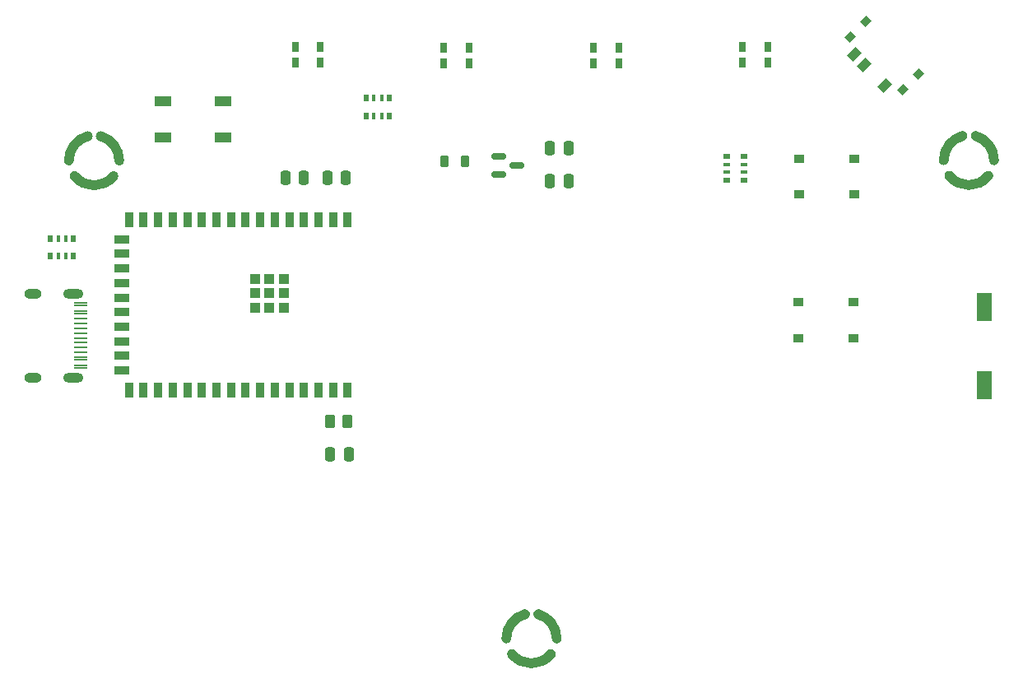
<source format=gbr>
%TF.GenerationSoftware,KiCad,Pcbnew,7.0.6*%
%TF.CreationDate,2023-08-09T23:01:59-05:00*%
%TF.ProjectId,BlueTeamCon_Main,426c7565-5465-4616-9d43-6f6e5f4d6169,rev?*%
%TF.SameCoordinates,Original*%
%TF.FileFunction,Paste,Top*%
%TF.FilePolarity,Positive*%
%FSLAX46Y46*%
G04 Gerber Fmt 4.6, Leading zero omitted, Abs format (unit mm)*
G04 Created by KiCad (PCBNEW 7.0.6) date 2023-08-09 23:01:59*
%MOMM*%
%LPD*%
G01*
G04 APERTURE LIST*
G04 Aperture macros list*
%AMRoundRect*
0 Rectangle with rounded corners*
0 $1 Rounding radius*
0 $2 $3 $4 $5 $6 $7 $8 $9 X,Y pos of 4 corners*
0 Add a 4 corners polygon primitive as box body*
4,1,4,$2,$3,$4,$5,$6,$7,$8,$9,$2,$3,0*
0 Add four circle primitives for the rounded corners*
1,1,$1+$1,$2,$3*
1,1,$1+$1,$4,$5*
1,1,$1+$1,$6,$7*
1,1,$1+$1,$8,$9*
0 Add four rect primitives between the rounded corners*
20,1,$1+$1,$2,$3,$4,$5,0*
20,1,$1+$1,$4,$5,$6,$7,0*
20,1,$1+$1,$6,$7,$8,$9,0*
20,1,$1+$1,$8,$9,$2,$3,0*%
%AMRotRect*
0 Rectangle, with rotation*
0 The origin of the aperture is its center*
0 $1 length*
0 $2 width*
0 $3 Rotation angle, in degrees counterclockwise*
0 Add horizontal line*
21,1,$1,$2,0,0,$3*%
G04 Aperture macros list end*
%ADD10C,1.000000*%
%ADD11RotRect,0.900000X1.250000X315.000000*%
%ADD12RotRect,0.800000X0.900000X315.000000*%
%ADD13R,0.500000X0.800000*%
%ADD14R,0.400000X0.800000*%
%ADD15RoundRect,0.250000X-0.250000X-0.475000X0.250000X-0.475000X0.250000X0.475000X-0.250000X0.475000X0*%
%ADD16RoundRect,0.250000X-0.262500X-0.450000X0.262500X-0.450000X0.262500X0.450000X-0.262500X0.450000X0*%
%ADD17R,0.700000X1.100000*%
%ADD18RoundRect,0.218750X-0.218750X-0.381250X0.218750X-0.381250X0.218750X0.381250X-0.218750X0.381250X0*%
%ADD19R,1.100000X0.900000*%
%ADD20RoundRect,0.150000X-0.587500X-0.150000X0.587500X-0.150000X0.587500X0.150000X-0.587500X0.150000X0*%
%ADD21R,0.800000X0.500000*%
%ADD22R,0.800000X0.400000*%
%ADD23R,1.800000X1.100000*%
%ADD24R,1.400000X0.250000*%
%ADD25O,2.100000X1.000000*%
%ADD26O,1.800000X1.000000*%
%ADD27R,1.600000X3.000000*%
%ADD28R,0.900000X1.500000*%
%ADD29R,1.500000X0.900000*%
%ADD30R,1.100000X1.100000*%
%ADD31RoundRect,0.250000X0.250000X0.475000X-0.250000X0.475000X-0.250000X-0.475000X0.250000X-0.475000X0*%
G04 APERTURE END LIST*
D10*
%TO.C,J2*%
X100950001Y-85700000D02*
G75*
G03*
X99016883Y-88200000I650002J-2500001D01*
G01*
X104196151Y-88200000D02*
G75*
G03*
X102300001Y-85700001I-2596150J0D01*
G01*
X99600003Y-89799999D02*
G75*
G03*
X103599999Y-89799999I1999998J1599999D01*
G01*
%TO.C,J1*%
X190950000Y-85675000D02*
G75*
G03*
X189016882Y-88175000I650002J-2500001D01*
G01*
X194196150Y-88175000D02*
G75*
G03*
X192300000Y-85675001I-2596150J0D01*
G01*
X189600002Y-89774999D02*
G75*
G03*
X193599998Y-89774999I1999998J1599999D01*
G01*
%TO.C,J3*%
X145950000Y-134875000D02*
G75*
G03*
X144016882Y-137375000I650002J-2500001D01*
G01*
X149196150Y-137375000D02*
G75*
G03*
X147300000Y-134875001I-2596150J0D01*
G01*
X144600002Y-138974999D02*
G75*
G03*
X148599998Y-138974999I1999998J1599999D01*
G01*
%TD*%
D11*
%TO.C,SW2*%
X179806408Y-77311612D03*
X180867068Y-78372272D03*
X182988388Y-80493592D03*
D12*
X181026167Y-73899821D03*
X179399821Y-75526167D03*
X186400179Y-79273833D03*
X184780904Y-80907250D03*
%TD*%
D13*
%TO.C,RN2*%
X132000000Y-81800000D03*
D14*
X131200000Y-81800000D03*
X130400000Y-81800000D03*
D13*
X129600000Y-81800000D03*
X129600000Y-83600000D03*
D14*
X130400000Y-83600000D03*
X131200000Y-83600000D03*
D13*
X132000000Y-83600000D03*
%TD*%
D15*
%TO.C,C7*%
X125900000Y-118400000D03*
X127800000Y-118400000D03*
%TD*%
D13*
%TO.C,RN1*%
X99500000Y-96250000D03*
D14*
X98700000Y-96250000D03*
X97900000Y-96250000D03*
D13*
X97100000Y-96250000D03*
X97100000Y-98050000D03*
D14*
X97900000Y-98050000D03*
X98700000Y-98050000D03*
D13*
X99500000Y-98050000D03*
%TD*%
D16*
%TO.C,R1*%
X125875000Y-115000000D03*
X127700000Y-115000000D03*
%TD*%
D17*
%TO.C,D1*%
X122300000Y-76500000D03*
X124900000Y-76500000D03*
X122300000Y-78100000D03*
X124900000Y-78100000D03*
%TD*%
%TO.C,D2*%
X137600000Y-76600000D03*
X140200000Y-76600000D03*
X137600000Y-78200000D03*
X140200000Y-78200000D03*
%TD*%
D18*
%TO.C,L1*%
X137637500Y-88300000D03*
X139762500Y-88300000D03*
%TD*%
D17*
%TO.C,D3*%
X153000000Y-76600000D03*
X155600000Y-76600000D03*
X153000000Y-78200000D03*
X155600000Y-78200000D03*
%TD*%
D19*
%TO.C,SW3*%
X174150000Y-88000000D03*
X179850000Y-88000000D03*
X174150000Y-91700000D03*
X179850000Y-91700000D03*
%TD*%
D15*
%TO.C,C5*%
X125600000Y-90000000D03*
X127500000Y-90000000D03*
%TD*%
D20*
%TO.C,U1*%
X143225000Y-87750000D03*
X143225000Y-89650000D03*
X145100000Y-88700000D03*
%TD*%
D17*
%TO.C,D4*%
X168300000Y-76500000D03*
X170900000Y-76500000D03*
X168300000Y-78100000D03*
X170900000Y-78100000D03*
%TD*%
D21*
%TO.C,RN3*%
X168500000Y-90200000D03*
D22*
X168500000Y-89400000D03*
X168500000Y-88600000D03*
D21*
X168500000Y-87800000D03*
X166700000Y-87800000D03*
D22*
X166700000Y-88600000D03*
X166700000Y-89400000D03*
D21*
X166700000Y-90200000D03*
%TD*%
D15*
%TO.C,C4*%
X148500000Y-90300000D03*
X150400000Y-90300000D03*
%TD*%
%TO.C,C3*%
X148500000Y-86900000D03*
X150400000Y-86900000D03*
%TD*%
D23*
%TO.C,SW1*%
X108700000Y-82100000D03*
X114900000Y-82100000D03*
X108700000Y-85800000D03*
X114900000Y-85800000D03*
%TD*%
D24*
%TO.C,J6*%
X100187500Y-102875000D03*
X100187500Y-103675000D03*
X100187500Y-104950000D03*
X100187500Y-105950000D03*
X100187500Y-106450000D03*
X100187500Y-104450000D03*
X100187500Y-108725000D03*
X100187500Y-109525000D03*
X100187500Y-109275000D03*
X100187500Y-108475000D03*
X100187500Y-107950000D03*
X100187500Y-106950000D03*
X100187500Y-105450000D03*
X100187500Y-107450000D03*
X100187500Y-103925000D03*
X100187500Y-103125000D03*
D25*
X99487500Y-101880000D03*
D26*
X95337500Y-101880000D03*
D25*
X99487500Y-110520000D03*
D26*
X95337500Y-110520000D03*
%TD*%
D19*
%TO.C,SW4*%
X174050000Y-102750000D03*
X179750000Y-102750000D03*
X174050000Y-106450000D03*
X179750000Y-106450000D03*
%TD*%
D27*
%TO.C,BZ1*%
X193200000Y-103300000D03*
X193200000Y-111300000D03*
%TD*%
D28*
%TO.C,IC1*%
X127700000Y-94300000D03*
X126200000Y-94300000D03*
X124700000Y-94300000D03*
X123200000Y-94300000D03*
X121700000Y-94300000D03*
X120200000Y-94300000D03*
X118700000Y-94300000D03*
X117200000Y-94300000D03*
X115700000Y-94300000D03*
X114200000Y-94300000D03*
X112700000Y-94300000D03*
X111200000Y-94300000D03*
X109700000Y-94300000D03*
X108200000Y-94300000D03*
X106700000Y-94300000D03*
X105200000Y-94300000D03*
D29*
X104450000Y-96300000D03*
X104450000Y-97800000D03*
X104450000Y-99300000D03*
X104450000Y-100800000D03*
X104450000Y-102300000D03*
X104450000Y-103800000D03*
X104450000Y-105300000D03*
X104450000Y-106800000D03*
X104450000Y-108300000D03*
X104450000Y-109800000D03*
D28*
X105200000Y-111800000D03*
X106700000Y-111800000D03*
X108200000Y-111800000D03*
X109700000Y-111800000D03*
X111200000Y-111800000D03*
X112700000Y-111800000D03*
X114200000Y-111800000D03*
X115700000Y-111800000D03*
X117200000Y-111800000D03*
X118700000Y-111800000D03*
X120200000Y-111800000D03*
X121700000Y-111800000D03*
X123200000Y-111800000D03*
X124700000Y-111800000D03*
X126200000Y-111800000D03*
X127700000Y-111800000D03*
D30*
X119650000Y-101860000D03*
X119650000Y-100360000D03*
X118150000Y-100360000D03*
X118150000Y-101860000D03*
X118150000Y-103360000D03*
X119650000Y-103360000D03*
X121150000Y-103360000D03*
X121150000Y-101860000D03*
X121150000Y-100360000D03*
%TD*%
D31*
%TO.C,C6*%
X123200000Y-90000000D03*
X121300000Y-90000000D03*
%TD*%
M02*

</source>
